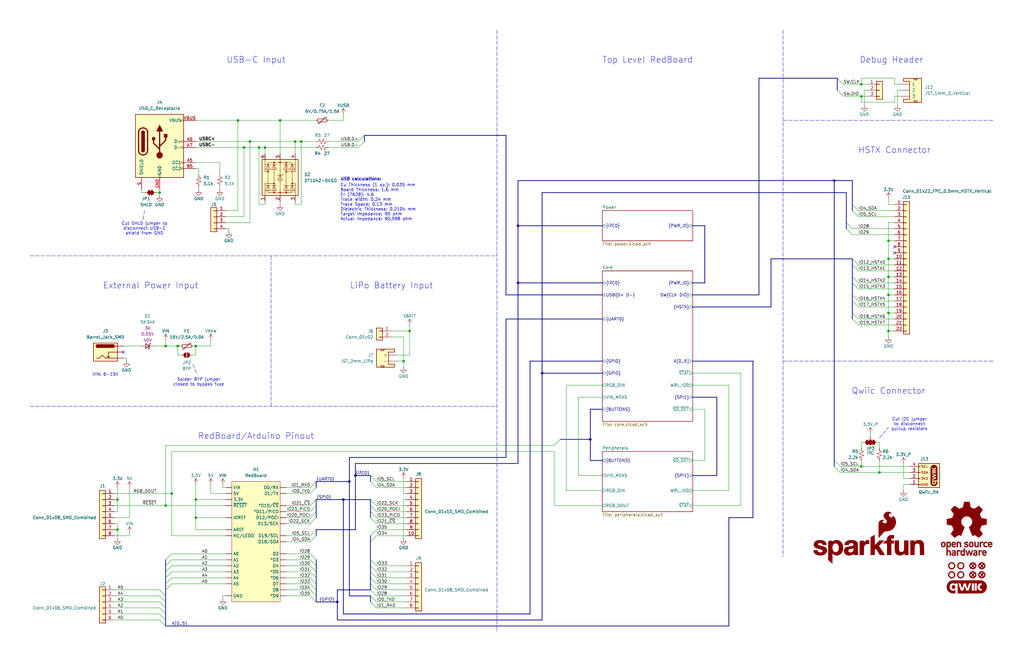
<source format=kicad_sch>
(kicad_sch (version 20231120) (generator "eeschema") (generator_version "8.0")
  (paper "USLedger")
  (title_block (title "SparkFun IoT RedBoard - RP2350 - Top Level/Connectors") (date "2025-02-05") (rev "v10") (company "SparkFun Electronics") (comment 1 "Designed by: Alex Brudner"))
  (bus_alias "SPI0" (members "IO20_POCI" "IO21_~{CS}" "IO22_SCK" "IO23_PICO"))
  (bus_alias "SPI1" (members "IO8_POCI" "IO9_~{CS}" "IO10_SCK" "IO11_PICO"))
  (junction (at 142.24 254))
  (junction (at 363.22 40.64))
  (junction (at 149.86 200.66))
  (junction (at 72.39 208.28))
  (junction (at 109.22 62.23))
  (junction (at 370.84 199.39))
  (junction (at 69.85 146.05))
  (junction (at 172.72 139.7))
  (junction (at 374.65 139.7))
  (junction (at 127 59.69))
  (junction (at 374.65 132.08))
  (junction (at 49.53 210.82))
  (junction (at 374.65 109.22))
  (junction (at 374.65 101.6))
  (junction (at 118.11 50.8))
  (junction (at 124.46 59.69))
  (junction (at 363.22 35.56))
  (junction (at 102.87 62.23))
  (junction (at 82.55 210.82))
  (junction (at 374.65 116.84))
  (junction (at 248.92 185.42))
  (junction (at 82.55 146.05))
  (junction (at 228.6 157.48))
  (junction (at 147.32 203.2))
  (junction (at 170.18 152.4))
  (junction (at 67.31 81.28))
  (junction (at 49.53 223.52))
  (junction (at 69.85 213.36))
  (junction (at 105.41 59.69))
  (junction (at 218.44 95.25))
  (junction (at 218.44 119.38))
  (junction (at 363.22 196.85))
  (junction (at 100.33 50.8))
  (junction (at 111.76 62.23))
  (junction (at 74.93 146.05))
  (junction (at 374.65 124.46))
  (junction (at 82.55 218.44))
  (junction (at 144.78 210.82))
  (junction (at 351.79 76.2))
  (no_connect (at 52.07 148.59))
  (no_connect (at 377.19 104.14))
  (no_connect (at 377.19 106.68))
  (bus_entry (at 361.95 127) (size -2.54 -2.54))
  (bus_entry (at 156.21 236.22) (size 2.54 2.54))
  (bus_entry (at 69.85 241.3) (size 2.54 -2.54))
  (bus_entry (at 133.35 223.52) (size -2.54 2.54))
  (bus_entry (at 69.85 261.62) (size -2.54 -2.54))
  (bus_entry (at 151.13 59.69) (size 2.54 -2.54))
  (bus_entry (at 69.85 243.84) (size 2.54 -2.54))
  (bus_entry (at 156.21 200.66) (size 2.54 2.54))
  (bus_entry (at 359.41 88.9) (size 2.54 2.54))
  (bus_entry (at 130.81 241.3) (size 2.54 2.54))
  (bus_entry (at 356.87 93.98) (size 2.54 2.54))
  (bus_entry (at 130.81 218.44) (size 2.54 -2.54))
  (bus_entry (at 156.21 248.92) (size 2.54 2.54))
  (bus_entry (at 130.81 251.46) (size 2.54 2.54))
  (bus_entry (at 361.95 114.3) (size -2.54 -2.54))
  (bus_entry (at 130.81 236.22) (size 2.54 2.54))
  (bus_entry (at 359.41 86.36) (size 2.54 2.54))
  (bus_entry (at 156.21 228.6) (size 2.54 -2.54))
  (bus_entry (at 69.85 254) (size -2.54 -2.54))
  (bus_entry (at 130.81 205.74) (size 2.54 -2.54))
  (bus_entry (at 69.85 236.22) (size 2.54 -2.54))
  (bus_entry (at 130.81 215.9) (size 2.54 -2.54))
  (bus_entry (at 156.21 243.84) (size 2.54 2.54))
  (bus_entry (at 156.21 238.76) (size 2.54 2.54))
  (bus_entry (at 158.75 256.54) (size -2.54 -2.54))
  (bus_entry (at 361.95 121.92) (size -2.54 -2.54))
  (bus_entry (at 130.81 233.68) (size 2.54 2.54))
  (bus_entry (at 158.75 220.98) (size -2.54 -2.54))
  (bus_entry (at 361.95 129.54) (size -2.54 -2.54))
  (bus_entry (at 353.06 33.02) (size 2.54 2.54))
  (bus_entry (at 130.81 248.92) (size 2.54 2.54))
  (bus_entry (at 158.75 218.44) (size -2.54 -2.54))
  (bus_entry (at 130.81 238.76) (size 2.54 2.54))
  (bus_entry (at 361.95 137.16) (size -2.54 -2.54))
  (bus_entry (at 351.79 194.31) (size 2.54 2.54))
  (bus_entry (at 69.85 256.54) (size -2.54 -2.54))
  (bus_entry (at 69.85 251.46) (size -2.54 -2.54))
  (bus_entry (at 130.81 246.38) (size 2.54 2.54))
  (bus_entry (at 351.79 196.85) (size 2.54 2.54))
  (bus_entry (at 156.21 203.2) (size 2.54 2.54))
  (bus_entry (at 69.85 264.16) (size -2.54 -2.54))
  (bus_entry (at 69.85 248.92) (size 2.54 -2.54))
  (bus_entry (at 151.13 62.23) (size 2.54 -2.54))
  (bus_entry (at 130.81 243.84) (size 2.54 2.54))
  (bus_entry (at 130.81 213.36) (size 2.54 -2.54))
  (bus_entry (at 233.68 187.96) (size 2.54 -2.54))
  (bus_entry (at 353.06 38.1) (size 2.54 2.54))
  (bus_entry (at 130.81 208.28) (size 2.54 -2.54))
  (bus_entry (at 156.21 246.38) (size 2.54 2.54))
  (bus_entry (at 158.75 213.36) (size -2.54 -2.54))
  (bus_entry (at 156.21 226.06) (size 2.54 -2.54))
  (bus_entry (at 361.95 111.76) (size -2.54 -2.54))
  (bus_entry (at 156.21 241.3) (size 2.54 2.54))
  (bus_entry (at 158.75 215.9) (size -2.54 -2.54))
  (bus_entry (at 356.87 96.52) (size 2.54 2.54))
  (bus_entry (at 69.85 259.08) (size -2.54 -2.54))
  (bus_entry (at 69.85 238.76) (size 2.54 -2.54))
  (bus_entry (at 133.35 226.06) (size -2.54 2.54))
  (bus_entry (at 361.95 119.38) (size -2.54 -2.54))
  (bus_entry (at 361.95 134.62) (size -2.54 -2.54))
  (bus_entry (at 158.75 254) (size -2.54 -2.54))
  (bus_entry (at 130.81 220.98) (size 2.54 -2.54))
  (bus_entry (at 69.85 246.38) (size 2.54 -2.54))
  (wire (pts (xy 369.57 186.69) (xy 370.84 186.69)))
  (wire (pts (xy 95.25 210.82) (xy 82.55 210.82)))
  (wire (pts (xy 172.72 139.7) (xy 172.72 149.86)))
  (wire (pts (xy 120.65 218.44) (xy 130.81 218.44)))
  (wire (pts (xy 355.6 35.56) (xy 363.22 35.56)))
  (wire (pts (xy 48.26 215.9) (xy 49.53 215.9)))
  (wire (pts (xy 292.1 157.48) (xy 312.42 157.48)))
  (bus (pts (xy 142.24 261.62) (xy 228.6 261.62)))
  (bus (pts (xy 218.44 76.2) (xy 351.79 76.2)))
  (wire (pts (xy 120.65 220.98) (xy 130.81 220.98)))
  (wire (pts (xy 88.9 143.51) (xy 88.9 146.05)))
  (wire (pts (xy 297.18 172.72) (xy 297.18 194.31)))
  (wire (pts (xy 96.52 97.79) (xy 96.52 96.52)))
  (bus (pts (xy 147.32 193.04) (xy 213.36 193.04)))
  (wire (pts (xy 355.6 40.64) (xy 363.22 40.64)))
  (bus (pts (xy 69.85 254) (xy 69.85 256.54)))
  (wire (pts (xy 95.25 223.52) (xy 82.55 223.52)))
  (wire (pts (xy 233.68 190.5) (xy 72.39 190.5)))
  (wire (pts (xy 363.22 40.64) (xy 365.76 40.64)))
  (wire (pts (xy 48.26 226.06) (xy 54.61 226.06)))
  (bus (pts (xy 228.6 81.28) (xy 228.6 157.48)))
  (bus (pts (xy 133.35 248.92) (xy 133.35 251.46)))
  (wire (pts (xy 158.75 241.3) (xy 171.45 241.3)))
  (wire (pts (xy 83.82 73.66) (xy 83.82 71.12)))
  (wire (pts (xy 120.65 226.06) (xy 130.81 226.06)))
  (wire (pts (xy 292.1 207.01) (xy 307.34 207.01)))
  (wire (pts (xy 361.95 127) (xy 377.19 127)))
  (wire (pts (xy 170.18 152.4) (xy 167.64 152.4)))
  (wire (pts (xy 363.22 194.31) (xy 363.22 196.85)))
  (wire (pts (xy 102.87 62.23) (xy 109.22 62.23)))
  (bus (pts (xy 133.35 203.2) (xy 147.32 203.2)))
  (wire (pts (xy 238.76 162.56) (xy 254 162.56)))
  (wire (pts (xy 243.84 167.64) (xy 243.84 200.66)))
  (wire (pts (xy 381 201.93) (xy 381 195.58)))
  (polyline (pts (xy 370.84 184.785) (xy 374.65 180.34)) (stroke (width 0) (type dash)))
  (bus (pts (xy 213.36 124.46) (xy 213.36 57.15)))
  (wire (pts (xy 120.65 238.76) (xy 130.81 238.76)))
  (wire (pts (xy 88.9 204.47) (xy 88.9 208.28)))
  (wire (pts (xy 374.65 139.7) (xy 377.19 139.7)))
  (bus (pts (xy 228.6 157.48) (xy 254 157.48)))
  (wire (pts (xy 59.69 81.28) (xy 59.69 80.01)))
  (bus (pts (xy 218.44 95.25) (xy 254 95.25)))
  (bus (pts (xy 359.41 111.76) (xy 359.41 109.22)))
  (wire (pts (xy 82.55 210.82) (xy 82.55 204.47)))
  (wire (pts (xy 377.19 43.18) (xy 377.19 40.64)))
  (wire (pts (xy 364.49 44.45) (xy 364.49 38.1)))
  (wire (pts (xy 92.71 68.58) (xy 92.71 73.66)))
  (wire (pts (xy 100.33 88.9) (xy 100.33 50.8)))
  (bus (pts (xy 133.35 226.06) (xy 133.35 223.52)))
  (bus (pts (xy 351.79 76.2) (xy 351.79 194.31)))
  (wire (pts (xy 120.65 243.84) (xy 130.81 243.84)))
  (wire (pts (xy 83.82 78.74) (xy 83.82 80.01)))
  (wire (pts (xy 374.65 86.36) (xy 374.65 83.82)))
  (wire (pts (xy 82.55 59.69) (xy 105.41 59.69)))
  (bus (pts (xy 359.41 132.08) (xy 359.41 127)))
  (wire (pts (xy 138.43 62.23) (xy 151.13 62.23)))
  (wire (pts (xy 72.39 236.22) (xy 95.25 236.22)))
  (wire (pts (xy 118.11 50.8) (xy 100.33 50.8)))
  (wire (pts (xy 359.41 96.52) (xy 377.19 96.52)))
  (wire (pts (xy 74.93 146.05) (xy 76.2 146.05)))
  (bus (pts (xy 353.06 38.1) (xy 353.06 33.02)))
  (polyline (pts (xy 330.2 152.4) (xy 419.1 152.4)) (stroke (width 0) (type dash)))
  (wire (pts (xy 48.26 223.52) (xy 49.53 223.52)))
  (bus (pts (xy 156.21 226.06) (xy 156.21 228.6)))
  (wire (pts (xy 124.46 86.36) (xy 127 86.36)))
  (wire (pts (xy 95.25 218.44) (xy 82.55 218.44)))
  (wire (pts (xy 120.65 228.6) (xy 130.81 228.6)))
  (bus (pts (xy 359.41 124.46) (xy 359.41 119.38)))
  (bus (pts (xy 356.87 93.98) (xy 356.87 81.28)))
  (bus (pts (xy 69.85 243.84) (xy 69.85 246.38)))
  (wire (pts (xy 76.2 149.86) (xy 74.93 149.86)))
  (wire (pts (xy 48.26 213.36) (xy 69.85 213.36)))
  (wire (pts (xy 238.76 162.56) (xy 238.76 207.01)))
  (wire (pts (xy 72.39 226.06) (xy 95.25 226.06)))
  (wire (pts (xy 118.11 50.8) (xy 118.11 64.77)))
  (wire (pts (xy 254 200.66) (xy 243.84 200.66)))
  (bus (pts (xy 156.21 238.76) (xy 156.21 241.3)))
  (bus (pts (xy 133.35 254) (xy 142.24 254)))
  (bus (pts (xy 133.35 238.76) (xy 133.35 241.3)))
  (wire (pts (xy 109.22 62.23) (xy 109.22 86.36)))
  (wire (pts (xy 363.22 40.64) (xy 363.22 43.18)))
  (bus (pts (xy 149.86 200.66) (xy 149.86 223.52)))
  (bus (pts (xy 356.87 81.28) (xy 228.6 81.28)))
  (bus (pts (xy 228.6 157.48) (xy 228.6 261.62)))
  (polyline (pts (xy 330.2 12.7) (xy 330.2 234.95)) (stroke (width 0) (type dash)))
  (bus (pts (xy 149.86 223.52) (xy 133.35 223.52)))
  (wire (pts (xy 370.84 186.69) (xy 370.84 189.23)))
  (polyline (pts (xy 12.7 107.95) (xy 209.55 107.95)) (stroke (width 0) (type dash)))
  (wire (pts (xy 48.26 251.46) (xy 67.31 251.46)))
  (bus (pts (xy 69.85 264.16) (xy 307.34 264.16)))
  (wire (pts (xy 361.95 121.92) (xy 377.19 121.92)))
  (wire (pts (xy 120.65 251.46) (xy 130.81 251.46)))
  (bus (pts (xy 317.5 152.4) (xy 292.1 152.4)))
  (polyline (pts (xy 209.55 12.7) (xy 209.55 266.7)) (stroke (width 0) (type dash)))
  (wire (pts (xy 69.85 213.36) (xy 95.25 213.36)))
  (wire (pts (xy 72.39 241.3) (xy 95.25 241.3)))
  (wire (pts (xy 370.84 194.31) (xy 370.84 199.39)))
  (bus (pts (xy 133.35 243.84) (xy 133.35 246.38)))
  (wire (pts (xy 64.77 146.05) (xy 69.85 146.05)))
  (wire (pts (xy 158.75 238.76) (xy 171.45 238.76)))
  (wire (pts (xy 158.75 246.38) (xy 171.45 246.38)))
  (bus (pts (xy 359.41 109.22) (xy 325.12 109.22)))
  (wire (pts (xy 120.65 241.3) (xy 130.81 241.3)))
  (wire (pts (xy 165.1 142.24) (xy 170.18 142.24)))
  (bus (pts (xy 156.21 215.9) (xy 156.21 213.36)))
  (wire (pts (xy 370.84 199.39) (xy 383.54 199.39)))
  (bus (pts (xy 359.41 116.84) (xy 359.41 111.76)))
  (wire (pts (xy 48.26 259.08) (xy 67.31 259.08)))
  (wire (pts (xy 88.9 146.05) (xy 82.55 146.05)))
  (wire (pts (xy 374.65 101.6) (xy 374.65 93.98)))
  (wire (pts (xy 374.65 116.84) (xy 374.65 109.22)))
  (bus (pts (xy 156.21 236.22) (xy 156.21 238.76)))
  (wire (pts (xy 361.95 119.38) (xy 377.19 119.38)))
  (wire (pts (xy 158.75 213.36) (xy 171.45 213.36)))
  (bus (pts (xy 359.41 119.38) (xy 359.41 116.84)))
  (wire (pts (xy 69.85 187.96) (xy 69.85 213.36)))
  (bus (pts (xy 156.21 246.38) (xy 156.21 248.92)))
  (bus (pts (xy 320.04 33.02) (xy 353.06 33.02)))
  (wire (pts (xy 297.18 172.72) (xy 292.1 172.72)))
  (bus (pts (xy 292.1 129.54) (xy 325.12 129.54)))
  (wire (pts (xy 254 207.01) (xy 238.76 207.01)))
  (wire (pts (xy 363.22 189.23) (xy 363.22 186.69)))
  (bus (pts (xy 317.5 218.44) (xy 307.34 218.44)))
  (wire (pts (xy 67.31 81.28) (xy 67.31 82.55)))
  (wire (pts (xy 72.39 243.84) (xy 95.25 243.84)))
  (bus (pts (xy 133.35 251.46) (xy 133.35 254)))
  (wire (pts (xy 69.85 146.05) (xy 74.93 146.05)))
  (wire (pts (xy 292.1 194.31) (xy 297.18 194.31)))
  (wire (pts (xy 120.65 246.38) (xy 130.81 246.38)))
  (wire (pts (xy 54.61 205.74) (xy 54.61 218.44)))
  (bus (pts (xy 144.78 259.08) (xy 223.52 259.08)))
  (wire (pts (xy 374.65 101.6) (xy 377.19 101.6)))
  (wire (pts (xy 72.39 238.76) (xy 95.25 238.76)))
  (bus (pts (xy 320.04 124.46) (xy 320.04 33.02)))
  (wire (pts (xy 170.18 142.24) (xy 170.18 152.4)))
  (wire (pts (xy 120.65 236.22) (xy 130.81 236.22)))
  (wire (pts (xy 307.34 162.56) (xy 307.34 207.01)))
  (wire (pts (xy 312.42 157.48) (xy 312.42 213.36)))
  (wire (pts (xy 93.98 205.74) (xy 95.25 205.74)))
  (wire (pts (xy 158.75 220.98) (xy 171.45 220.98)))
  (wire (pts (xy 377.19 33.02) (xy 377.19 35.56)))
  (wire (pts (xy 364.49 38.1) (xy 365.76 38.1)))
  (wire (pts (xy 292.1 213.36) (xy 312.42 213.36)))
  (bus (pts (xy 153.67 57.15) (xy 213.36 57.15)))
  (bus (pts (xy 69.85 241.3) (xy 69.85 243.84)))
  (wire (pts (xy 53.34 151.13) (xy 52.07 151.13)))
  (bus (pts (xy 133.35 213.36) (xy 133.35 210.82)))
  (wire (pts (xy 361.95 114.3) (xy 377.19 114.3)))
  (bus (pts (xy 351.79 76.2) (xy 359.41 76.2)))
  (bus (pts (xy 218.44 119.38) (xy 218.44 195.58)))
  (polyline (pts (xy 12.7 171.45) (xy 209.55 171.45)) (stroke (width 0) (type dash)))
  (bus (pts (xy 133.35 241.3) (xy 133.35 243.84)))
  (wire (pts (xy 124.46 59.69) (xy 124.46 64.77)))
  (bus (pts (xy 133.35 218.44) (xy 133.35 215.9)))
  (bus (pts (xy 248.92 194.31) (xy 254 194.31)))
  (wire (pts (xy 52.07 146.05) (xy 59.69 146.05)))
  (wire (pts (xy 120.65 213.36) (xy 130.81 213.36)))
  (polyline (pts (xy 81.28 153.67) (xy 83.185 158.115)) (stroke (width 0) (type dash)))
  (wire (pts (xy 374.65 142.24) (xy 374.65 139.7)))
  (wire (pts (xy 361.95 129.54) (xy 377.19 129.54)))
  (bus (pts (xy 218.44 76.2) (xy 218.44 95.25)))
  (wire (pts (xy 67.31 81.28) (xy 67.31 80.01)))
  (wire (pts (xy 158.75 215.9) (xy 171.45 215.9)))
  (wire (pts (xy 92.71 78.74) (xy 92.71 80.01)))
  (wire (pts (xy 171.45 210.82) (xy 170.18 210.82)))
  (wire (pts (xy 374.65 132.08) (xy 377.19 132.08)))
  (wire (pts (xy 72.39 190.5) (xy 72.39 208.28)))
  (bus (pts (xy 213.36 124.46) (xy 254 124.46)))
  (wire (pts (xy 48.26 208.28) (xy 72.39 208.28)))
  (bus (pts (xy 359.41 76.2) (xy 359.41 86.36)))
  (wire (pts (xy 381 207.01) (xy 381 204.47)))
  (bus (pts (xy 297.18 95.25) (xy 292.1 95.25)))
  (wire (pts (xy 361.95 137.16) (xy 377.19 137.16)))
  (wire (pts (xy 354.33 199.39) (xy 370.84 199.39)))
  (bus (pts (xy 69.85 238.76) (xy 69.85 241.3)))
  (wire (pts (xy 158.75 223.52) (xy 171.45 223.52)))
  (bus (pts (xy 292.1 200.66) (xy 302.26 200.66)))
  (bus (pts (xy 297.18 119.38) (xy 297.18 95.25)))
  (bus (pts (xy 149.86 195.58) (xy 218.44 195.58)))
  (wire (pts (xy 124.46 59.69) (xy 127 59.69)))
  (bus (pts (xy 69.85 236.22) (xy 69.85 238.76)))
  (wire (pts (xy 111.76 85.09) (xy 111.76 86.36)))
  (wire (pts (xy 82.55 223.52) (xy 82.55 218.44)))
  (wire (pts (xy 172.72 137.16) (xy 172.72 139.7)))
  (wire (pts (xy 138.43 59.69) (xy 151.13 59.69)))
  (wire (pts (xy 363.22 35.56) (xy 363.22 33.02)))
  (bus (pts (xy 133.35 205.74) (xy 133.35 203.2)))
  (wire (pts (xy 144.78 48.26) (xy 144.78 50.8)))
  (wire (pts (xy 374.65 124.46) (xy 377.19 124.46)))
  (wire (pts (xy 378.46 38.1) (xy 379.73 38.1)))
  (bus (pts (xy 69.85 251.46) (xy 69.85 254)))
  (bus (pts (xy 292.1 124.46) (xy 320.04 124.46)))
  (bus (pts (xy 351.79 196.85) (xy 351.79 194.31)))
  (wire (pts (xy 95.25 91.44) (xy 102.87 91.44)))
  (wire (pts (xy 363.22 43.18) (xy 377.19 43.18)))
  (bus (pts (xy 156.21 243.84) (xy 156.21 246.38)))
  (wire (pts (xy 69.85 143.51) (xy 69.85 146.05)))
  (bus (pts (xy 213.36 134.62) (xy 254 134.62)))
  (wire (pts (xy 254 213.36) (xy 233.68 213.36)))
  (wire (pts (xy 111.76 62.23) (xy 111.76 64.77)))
  (bus (pts (xy 133.35 215.9) (xy 133.35 213.36)))
  (wire (pts (xy 367.03 182.88) (xy 367.03 184.15)))
  (bus (pts (xy 69.85 256.54) (xy 69.85 259.08)))
  (wire (pts (xy 93.98 251.46) (xy 95.25 251.46)))
  (bus (pts (xy 359.41 88.9) (xy 359.41 86.36)))
  (bus (pts (xy 133.35 210.82) (xy 144.78 210.82)))
  (wire (pts (xy 88.9 208.28) (xy 95.25 208.28)))
  (wire (pts (xy 49.53 210.82) (xy 49.53 205.74)))
  (wire (pts (xy 109.22 62.23) (xy 111.76 62.23)))
  (wire (pts (xy 158.75 218.44) (xy 171.45 218.44)))
  (wire (pts (xy 233.68 213.36) (xy 233.68 190.5)))
  (bus (pts (xy 153.67 59.69) (xy 153.67 57.15)))
  (wire (pts (xy 158.75 205.74) (xy 171.45 205.74)))
  (wire (pts (xy 102.87 62.23) (xy 102.87 91.44)))
  (wire (pts (xy 361.95 111.76) (xy 377.19 111.76)))
  (wire (pts (xy 374.65 132.08) (xy 374.65 124.46)))
  (wire (pts (xy 120.65 208.28) (xy 130.81 208.28)))
  (bus (pts (xy 69.85 261.62) (xy 69.85 264.16)))
  (wire (pts (xy 111.76 62.23) (xy 133.35 62.23)))
  (wire (pts (xy 49.53 220.98) (xy 48.26 220.98)))
  (bus (pts (xy 156.21 213.36) (xy 156.21 210.82)))
  (wire (pts (xy 120.65 205.74) (xy 130.81 205.74)))
  (bus (pts (xy 359.41 127) (xy 359.41 124.46)))
  (wire (pts (xy 359.41 99.06) (xy 377.19 99.06)))
  (wire (pts (xy 361.95 88.9) (xy 377.19 88.9)))
  (wire (pts (xy 381 204.47) (xy 383.54 204.47)))
  (bus (pts (xy 149.86 200.66) (xy 149.86 195.58)))
  (wire (pts (xy 170.18 201.93) (xy 170.18 208.28)))
  (wire (pts (xy 158.75 256.54) (xy 171.45 256.54)))
  (bus (pts (xy 292.1 119.38) (xy 297.18 119.38)))
  (wire (pts (xy 93.98 204.47) (xy 93.98 205.74)))
  (wire (pts (xy 354.33 196.85) (xy 363.22 196.85)))
  (bus (pts (xy 218.44 95.25) (xy 218.44 119.38)))
  (bus (pts (xy 147.32 203.2) (xy 147.32 251.46)))
  (wire (pts (xy 361.95 91.44) (xy 377.19 91.44)))
  (bus (pts (xy 156.21 228.6) (xy 156.21 236.22)))
  (bus (pts (xy 147.32 203.2) (xy 147.32 193.04)))
  (wire (pts (xy 120.65 215.9) (xy 130.81 215.9)))
  (wire (pts (xy 49.53 227.33) (xy 49.53 223.52)))
  (bus (pts (xy 356.87 96.52) (xy 356.87 93.98)))
  (bus (pts (xy 292.1 167.64) (xy 302.26 167.64)))
  (bus (pts (xy 236.22 185.42) (xy 248.92 185.42)))
  (wire (pts (xy 95.25 96.52) (xy 96.52 96.52)))
  (wire (pts (xy 127 59.69) (xy 127 86.36)))
  (wire (pts (xy 72.39 233.68) (xy 95.25 233.68)))
  (polyline (pts (xy 114.3 107.95) (xy 114.3 171.45)) (stroke (width 0) (type dash)))
  (wire (pts (xy 48.26 254) (xy 67.31 254)))
  (wire (pts (xy 172.72 149.86) (xy 167.64 149.86)))
  (wire (pts (xy 158.75 248.92) (xy 171.45 248.92)))
  (wire (pts (xy 48.26 256.54) (xy 67.31 256.54)))
  (wire (pts (xy 82.55 146.05) (xy 81.28 146.05)))
  (wire (pts (xy 93.98 252.73) (xy 93.98 251.46)))
  (bus (pts (xy 223.52 152.4) (xy 254 152.4)))
  (wire (pts (xy 105.41 59.69) (xy 124.46 59.69)))
  (wire (pts (xy 74.93 149.86) (xy 74.93 146.05)))
  (wire (pts (xy 82.55 68.58) (xy 92.71 68.58)))
  (bus (pts (xy 142.24 254) (xy 142.24 261.62)))
  (wire (pts (xy 383.54 201.93) (xy 381 201.93)))
  (bus (pts (xy 248.92 172.72) (xy 254 172.72)))
  (wire (pts (xy 83.82 71.12) (xy 82.55 71.12)))
  (wire (pts (xy 48.26 210.82) (xy 49.53 210.82)))
  (wire (pts (xy 170.18 210.82) (xy 170.18 227.33)))
  (wire (pts (xy 105.41 59.69) (xy 105.41 93.98)))
  (bus (pts (xy 156.21 203.2) (xy 156.21 200.66)))
  (bus (pts (xy 359.41 134.62) (xy 359.41 132.08)))
  (bus (pts (xy 223.52 152.4) (xy 223.52 259.08)))
  (bus (pts (xy 156.21 251.46) (xy 156.21 254)))
  (bus (pts (xy 142.24 248.92) (xy 142.24 254)))
  (bus (pts (xy 142.24 248.92) (xy 156.21 248.92)))
  (wire (pts (xy 363.22 196.85) (xy 383.54 196.85)))
  (wire (pts (xy 377.19 35.56) (xy 379.73 35.56)))
  (wire (pts (xy 363.22 186.69) (xy 364.49 186.69)))
  (wire (pts (xy 100.33 50.8) (xy 82.55 50.8)))
  (bus (pts (xy 69.85 259.08) (xy 69.85 261.62)))
  (wire (pts (xy 53.34 152.4) (xy 53.34 151.13)))
  (wire (pts (xy 81.28 149.86) (xy 82.55 149.86)))
  (wire (pts (xy 48.26 261.62) (xy 67.31 261.62)))
  (wire (pts (xy 374.65 139.7) (xy 374.65 132.08)))
  (wire (pts (xy 243.84 167.64) (xy 254 167.64)))
  (bus (pts (xy 302.26 167.64) (xy 302.26 200.66)))
  (bus (pts (xy 218.44 119.38) (xy 254 119.38)))
  (bus (pts (xy 147.32 251.46) (xy 156.21 251.46)))
  (wire (pts (xy 118.11 86.36) (xy 118.11 85.09)))
  (bus (pts (xy 213.36 134.62) (xy 213.36 193.04)))
  (wire (pts (xy 49.53 215.9) (xy 49.53 210.82)))
  (wire (pts (xy 170.18 154.94) (xy 170.18 152.4)))
  (wire (pts (xy 158.75 251.46) (xy 171.45 251.46)))
  (wire (pts (xy 120.65 248.92) (xy 130.81 248.92)))
  (bus (pts (xy 69.85 246.38) (xy 69.85 248.92)))
  (wire (pts (xy 49.53 223.52) (xy 49.53 220.98)))
  (wire (pts (xy 158.75 243.84) (xy 171.45 243.84)))
  (bus (pts (xy 325.12 109.22) (xy 325.12 129.54)))
  (wire (pts (xy 374.65 124.46) (xy 374.65 116.84)))
  (wire (pts (xy 374.65 109.22) (xy 374.65 101.6)))
  (wire (pts (xy 158.75 254) (xy 171.45 254)))
  (wire (pts (xy 60.96 81.28) (xy 59.69 81.28)))
  (wire (pts (xy 374.65 93.98) (xy 377.19 93.98)))
  (wire (pts (xy 378.46 44.45) (xy 378.46 38.1)))
  (bus (pts (xy 156.21 218.44) (xy 156.21 215.9)))
  (wire (pts (xy 363.22 35.56) (xy 365.76 35.56)))
  (wire (pts (xy 307.34 162.56) (xy 292.1 162.56)))
  (polyline (pts (xy 60.96 88.9) (xy 60.325 92.71)) (stroke (width 0) (type dash)))
  (wire (pts (xy 158.75 226.06) (xy 171.45 226.06)))
  (wire (pts (xy 118.11 50.8) (xy 133.35 50.8)))
  (bus (pts (xy 248.92 172.72) (xy 248.92 185.42)))
  (wire (pts (xy 72.39 246.38) (xy 95.25 246.38)))
  (wire (pts (xy 374.65 109.22) (xy 377.19 109.22)))
  (bus (pts (xy 144.78 210.82) (xy 144.78 259.08)))
  (wire (pts (xy 374.65 116.84) (xy 377.19 116.84)))
  (bus (pts (xy 317.5 152.4) (xy 317.5 218.44)))
  (bus (pts (xy 248.92 194.31) (xy 248.92 185.42)))
  (wire (pts (xy 377.19 86.36) (xy 374.65 86.36)))
  (wire (pts (xy 66.04 81.28) (xy 67.31 81.28)))
  (wire (pts (xy 111.76 86.36) (xy 109.22 86.36)))
  (wire (pts (xy 165.1 139.7) (xy 172.72 139.7)))
  (bus (pts (xy 144.78 210.82) (xy 156.21 210.82)))
  (wire (pts (xy 48.26 248.92) (xy 67.31 248.92)))
  (bus (pts (xy 69.85 248.92) (xy 69.85 251.46)))
  (wire (pts (xy 377.19 40.64) (xy 379.73 40.64)))
  (wire (pts (xy 95.25 93.98) (xy 105.41 93.98)))
  (bus (pts (xy 149.86 200.66) (xy 156.21 200.66)))
  (wire (pts (xy 363.22 33.02) (xy 377.19 33.02)))
  (wire (pts (xy 82.55 149.86) (xy 82.55 146.05)))
  (wire (pts (xy 170.18 208.28) (xy 171.45 208.28)))
  (wire (pts (xy 361.95 134.62) (xy 377.19 134.62)))
  (wire (pts (xy 138.43 50.8) (xy 144.78 50.8)))
  (bus (pts (xy 307.34 218.44) (xy 307.34 264.16)))
  (polyline (pts (xy 330.2 50.8) (xy 419.1 50.8)) (stroke (width 0) (type dash)))
  (wire (pts (xy 233.68 187.96) (xy 69.85 187.96)))
  (wire (pts (xy 95.25 88.9) (xy 100.33 88.9)))
  (wire (pts (xy 82.55 218.44) (xy 82.55 210.82)))
  (wire (pts (xy 72.39 226.06) (xy 72.39 208.28)))
  (wire (pts (xy 127 59.69) (xy 133.35 59.69)))
  (wire (pts (xy 54.61 226.06) (xy 54.61 224.79)))
  (wire (pts (xy 82.55 62.23) (xy 102.87 62.23)))
  (bus (pts (xy 156.21 241.3) (xy 156.21 243.84)))
  (wire (pts (xy 120.65 233.68) (xy 130.81 233.68)))
  (wire (pts (xy 158.75 203.2) (xy 171.45 203.2)))
  (wire (pts (xy 54.61 218.44) (xy 48.26 218.44)))
  (wire (pts (xy 124.46 85.09) (xy 124.46 86.36)))
  (bus (pts (xy 133.35 246.38) (xy 133.35 248.92)))
  (bus (pts (xy 133.35 236.22) (xy 133.35 238.76)))
  (text "Qwiic Connector" (at 374.65 165.1 0) (effects (font (size 2.54 2.54))))
  (text "Top Level RedBoard" (at 273.05 25.4 0) (effects (font (size 2.54 2.54))))
  (text "Cut SHLD jumper to\ndisconnect USB-C\nshield from GND" (at 60.96 96.52 0) (effects (font (size 1.27 1.27))))
  (text "USB calculations:" (at 143.51 74.93 0) (effects (font (size 1.27 1.27) (thickness 0.254) (bold yes)) (justify left top)))
  (text "VIN: 6-15V" (at 44.45 158.115 0) (effects (font (size 1.27 1.27))))
  (text "Debug Header" (at 375.92 25.4 0) (effects (font (size 2.54 2.54))))
  (text "External Power Input" (at 63.5 120.65 0) (effects (font (size 2.54 2.54))))
  (text "Cut I2C jumper\nto disconnect\npullup resistors" (at 383.54 179.07 0) (effects (font (size 1.27 1.27))))
  (text "HSTX Connector" (at 377.19 63.5 0) (effects (font (size 2.54 2.54))))
  (text "RedBoard/Arduino Pinout" (at 107.95 184.15 0) (effects (font (size 2.54 2.54))))
  (text "USB-C Input" (at 107.95 25.4 0) (effects (font (size 2.54 2.54))))
  (text "LiPo Battery Input" (at 165.1 120.65 0) (effects (font (size 2.54 2.54))))
  (text "Cu Thickness (1 oz.): 0.035 mm\nBoard Thickness: 1.6 mm\nEr (7628): 4.6\nTrace Width: 0.24 mm\nTrace Space: 0.13 mm\nDielectric Thickness: 0.2104 mm\nTarget Impedance: 90 ohm\nActual Impedance: 90.598 ohm" (at 143.51 77.47 0) (effects (font (size 1.27 1.27) (thickness 0.1588)) (justify left top)))
  (text "Solder BYP jumper\nclosed to bypass fuse" (at 83.82 161.29 0) (effects (font (size 1.27 1.27))))
  (label "IO30" (at 158.75 246.38 0))
  (label "IO14_HSTX2" (at 361.95 119.38 0))
  (label "IO12_HSTX0" (at 361.95 111.76 0))
  (label "IO1_RXD" (at 158.75 256.54 0))
  (label "A0" (at 85.09 233.68 0))
  (label "~{RESET}" (at 66.04 213.36 180))
  (label "IO32" (at 130.81 243.84 180))
  (label "USB.D+" (at 151.13 59.69 180))
  (label "IO33" (at 158.75 238.76 0))
  (label "{SPI0}" (at 139.7 210.82 180))
  (label "USBC+" (at 83.82 59.69 0) (effects (font (thickness 0.254) (bold yes))))
  (label "IO13_HSTX1" (at 361.95 114.3 0))
  (label "RGB_DOUT" (at 66.04 208.28 180))
  (label "IO23_PICO" (at 158.75 218.44 0))
  (label "IO4_SDA" (at 158.75 205.74 0))
  (label "IO17_HSTX5" (at 361.95 129.54 0))
  (label "IO22_SCK" (at 130.81 220.98 180))
  (label "IO20_POCI" (at 130.81 218.44 180))
  (label "IO5_SCL" (at 130.81 226.06 180))
  (label "IO32" (at 158.75 241.3 0))
  (label "IO33" (at 130.81 246.38 180))
  (label "IO5_SCL" (at 361.95 91.44 0))
  (label "IO28" (at 158.75 251.46 0))
  (label "IO0_TXD" (at 158.75 254 0))
  (label "IO5_SCL" (at 354.33 196.85 0))
  (label "IO28" (at 130.81 233.68 180))
  (label "IO23_PICO" (at 130.81 215.9 180))
  (label "IO4_SDA" (at 361.95 88.9 0))
  (label "{UART0}" (at 133.35 203.2 0))
  (label "IO4_SDA" (at 354.33 199.39 0))
  (label "IO21_~{CS}" (at 158.75 220.98 0))
  (label "A4" (at 52.07 251.46 180))
  (label "A3" (at 85.09 241.3 0))
  (label "IO18_HSTX6" (at 361.95 134.62 0))
  (label "A5" (at 85.09 246.38 0))
  (label "IO28" (at 361.95 96.52 0))
  (label "IO35" (at 130.81 251.46 180))
  (label "IO5_SCL" (at 158.75 203.2 0))
  (label "A2" (at 52.07 256.54 180))
  (label "IO29" (at 158.75 248.92 0))
  (label "{I^{2}C0}" (at 149.86 200.66 0))
  (label "A1" (at 85.09 236.22 0))
  (label "A4" (at 85.09 243.84 0))
  (label "IO15_HSTX3" (at 361.95 121.92 0))
  (label "A1" (at 52.07 259.08 180))
  (label "IO20_POCI" (at 158.75 215.9 0))
  (label "IO31" (at 158.75 243.84 0))
  (label "IO22_SCK" (at 158.75 213.36 0))
  (label "A[0..5]" (at 72.39 264.16 0))
  (label "IO29" (at 130.81 236.22 180))
  (label "A5" (at 52.07 248.92 180))
  (label "IO34" (at 158.75 226.06 0))
  (label "IO0_TXD" (at 130.81 208.28 180))
  (label "IO29" (at 361.95 99.06 0))
  (label "SW.DIO" (at 355.6 40.64 0))
  (label "IO35" (at 158.75 223.52 0))
  (label "USB.D-" (at 151.13 62.23 180))
  (label "{GPIO}" (at 134.62 254 0))
  (label "IO16_HSTX4" (at 361.95 127 0))
  (label "IO31" (at 130.81 241.3 180))
  (label "A0" (at 52.07 261.62 180))
  (label "USBC-" (at 83.82 62.23 0) (effects (font (thickness 0.254) (bold yes))))
  (label "IO4_SDA" (at 130.81 228.6 180))
  (label "SW.CLK" (at 355.6 35.56 0))
  (label "IO21_~{CS}" (at 130.81 213.36 180))
  (label "IO19_HSTX7" (at 361.95 137.16 0))
  (label "A2" (at 85.09 238.76 0))
  (label "IO1_RXD" (at 130.81 205.74 180))
  (label "IO34" (at 130.81 248.92 180))
  (label "IO30" (at 130.81 238.76 180))
  (label "A3" (at 52.07 254 180))
  (symbol (lib_id "SparkFun-Hardware:Standoff") (at 401.32 242.57 0) (unit 1)
    (property "Reference" "ST2" (effects (hide yes)))
    (property "Value" "Standoff" (effects (hide yes)))
    (property "Footprint" "SparkFun-Hardware:Standoff" (effects (hide yes)))
    (property "Description" "Drill holes for mechanically mounting via screws, standoffs, etc." (effects (hide yes)))
  )
  (symbol (lib_id "power:GND") (at 83.82 80.01 0) (unit 1)
    (property "Reference" "#PWR09" (effects (hide yes)))
    (property "Value" "GND" (at 83.82 83.82 0))
    (property "Description" "Power symbol creates a global label with name \"GND\" , ground" (effects (hide yes)))
  )
  (symbol (lib_id "SparkFun-Connector:Barrel_Jack_SMD") (at 44.45 148.59 0) (unit 1)
    (property "Reference" "J3" (at 44.45 139.7 0))
    (property "Value" "Barrel_Jack_SMD" (at 44.45 142.24 0))
    (property "Footprint" "SparkFun-Connector:Power_Jack_SMD" (effects (hide yes)))
    (property "Datasheet" "https://tensility.s3.us-west-2.amazonaws.com/uploads/pdffiles/54-00164.pdf" (effects (hide yes)))
    (property "Description" "DC Barrel Jack with an internal switch" (effects (hide yes)))
    (property "PROD_ID" "CONN-08106" (effects (hide yes)))
  )
  (symbol (lib_id "SparkFun-Resistor:2.2k_0402") (at 370.84 191.77 90) (unit 1)
    (property "Reference" "R6" (at 372.11 190.5 90) (effects (justify right)))
    (property "Value" "2.2k" (at 372.11 193.04 90) (effects (justify right)))
    (property "Footprint" "SparkFun-Resistor:R_0402_1005Metric" (effects (hide yes)))
    (property "Datasheet" "https://www.vishay.com/docs/20035/dcrcwe3.pdf" (effects (hide yes)))
    (property "Description" "Resistor" (effects (hide yes)))
    (property "PROD_ID" "RES-14341" (effects (hide yes)))
  )
  (symbol (lib_id "power:GND") (at 96.52 97.79 0) (unit 1)
    (property "Reference" "#PWR015" (effects (hide yes)))
    (property "Value" "GND" (at 96.52 101.6 0))
    (property "Description" "Power symbol creates a global label with name \"GND\" , ground" (effects (hide yes)))
  )
  (symbol (lib_id "SparkFun-Resistor:5.1k_0402") (at 92.71 76.2 90) (unit 1)
    (property "Reference" "R2" (at 94.615 74.93 90) (effects (justify right)))
    (property "Value" "5.1k" (at 94.615 77.47 90) (effects (justify right)))
    (property "Footprint" "SparkFun-Resistor:R_0402_1005Metric" (effects (hide yes)))
    (property "Datasheet" "https://www.vishay.com/docs/20035/dcrcwe3.pdf" (effects (hide yes)))
    (property "Description" "Resistor" (effects (hide yes)))
    (property "PROD_ID" "RES-14340" (effects (hide yes)))
  )
  (symbol (lib_id "SparkFun-Aesthetic:SparkFun_Logo") (at 365.76 231.14 0) (unit 1) (on_board no)
    (property "Reference" "G1" (effects (hide yes)))
    (property "Value" "SparkFun_Logo" (effects (hide yes)))
    (property "Footprint" "SparkFun-Aesthetic:SparkFun_Logo_8mm" (effects (hide yes)))
  )
  (symbol (lib_id "SparkFun-Resistor:27_0402") (at 135.89 59.69 0) (unit 1)
    (property "Reference" "R3" (at 133.985 57.15 0))
    (property "Value" "27" (at 137.795 57.15 0))
    (property "Footprint" "SparkFun-Resistor:R_0402_1005Metric" (effects (hide yes)))
    (property "Datasheet" "https://www.vishay.com/docs/20035/dcrcwe3.pdf" (effects (hide yes)))
    (property "Description" "Resistor" (effects (hide yes)))
    (property "PROD_ID" "RES-15238" (effects (hide yes)))
  )
  (symbol (lib_id "power:GND") (at 67.31 82.55 0) (unit 1)
    (property "Reference" "#PWR06" (effects (hide yes)))
    (property "Value" "GND" (at 67.31 86.36 0))
    (property "Description" "Power symbol creates a global label with name \"GND\" , ground" (effects (hide yes)))
  )
  (symbol (lib_id "SparkFun-PowerSymbol:VIN") (at 93.98 204.47 0) (unit 1)
    (property "Reference" "#PWR013" (effects (hide yes)))
    (property "Value" "VIN" (at 93.98 200.66 0))
    (property "Description" "Power symbol creates a global label with name \"VIN\"" (effects (hide yes)))
  )
  (symbol (lib_id "SparkFun-DiscreteSemi:D_TVS_ESD_USB") (at 118.11 73.66 0) (unit 1)
    (property "Reference" "D2" (at 128.27 73.66 0) (effects (justify left)))
    (property "Value" "DT1042-04SO" (at 128.27 76.2 0) (effects (justify left)))
    (property "Footprint" "SparkFun-Semiconductor-Standard:SOT23-6" (effects (hide yes)))
    (property "Datasheet" "https://www.diodes.com/assets/Datasheets/DT1042-04SO.pdf" (effects (hide yes)))
    (property "Description" "Very low capacitance ESD protection diode, 4 data-line, SOT-23-6" (effects (hide yes)))
    (property "PROD_ID" "IC-13538" (effects (hide yes)))
  )
  (symbol (lib_id "power:GND") (at 118.11 86.36 0) (unit 1)
    (property "Reference" "#PWR016" (effects (hide yes)))
    (property "Value" "GND" (at 118.11 90.17 0))
    (property "Description" "Power symbol creates a global label with name \"GND\" , ground" (effects (hide yes)))
  )
  (symbol (lib_id "SparkFun-Resistor:27_0402") (at 135.89 62.23 0) (unit 1)
    (property "Reference" "R4" (at 133.985 64.77 0))
    (property "Value" "27" (at 137.795 64.77 0))
    (property "Footprint" "SparkFun-Resistor:R_0402_1005Metric" (effects (hide yes)))
    (property "Datasheet" "https://www.vishay.com/docs/20035/dcrcwe3.pdf" (effects (hide yes)))
    (property "Description" "Resistor" (effects (hide yes)))
    (property "PROD_ID" "RES-15238" (effects (hide yes)))
  )
  (symbol (lib_id "SparkFun-DiscreteSemi:D_Schottky_3A_40V_0.55V") (at 62.23 146.05 0) (mirror y) (unit 1)
    (property "Reference" "D1" (at 62.23 133.35 0))
    (property "Value" "SK34A" (at 62.23 135.89 0))
    (property "Footprint" "SparkFun-Semiconductor-Standard:SMA" (effects (hide yes)))
    (property "Datasheet" "https://www.smc-diodes.com/propdf/SK34A%20N0103%20REV.C.pdf" (effects (hide yes)))
    (property "Description" "Schottky diode" (effects (hide yes)))
    (property "PROD_ID" "DIO-14989" (effects (hide yes)))
    (property "IMax" "3A" (at 62.23 138.43 0))
    (property "VDrop" "0.55V" (at 62.23 140.97 0))
    (property "VMax" "40V" (at 62.23 143.51 0))
  )
  (symbol (lib_id "SparkFun-Connector:Conn_01x22_FPC_0.5mm_HSTX_Vertical") (at 382.27 111.76 0) (unit 1)
    (property "Reference" "J11" (at 382.27 83.185 0))
    (property "Value" "Conn_01x22_FPC_0.5mm_HSTX_Vertical" (at 399.415 80.645 0))
    (property "Footprint" "SparkFun-Connector:FPC_0.5mm-22_Vertical" (effects (hide yes)))
    (property "Datasheet" "https://www.cvilux.com/uploads/drawings/100/332/CF2081S.pdf" (effects (hide yes)))
    (property "Description" "Generic connector, single row, 01x22, script generated (kicad-library-utils/schlib/autogen/connector/)" (effects (hide yes)))
    (property "PROD_ID" "CONN-24643" (effects (hide yes)))
  )
  (symbol (lib_id "power:GND") (at 49.53 227.33 0) (unit 1)
    (property "Reference" "#PWR02" (effects (hide yes)))
    (property "Value" "GND" (at 49.53 231.14 0))
    (property "Description" "Power symbol creates a global label with name \"GND\" , ground" (effects (hide yes)))
  )
  (symbol (lib_id "SparkFun-PowerSymbol:3.3V_P") (at 381 195.58 0) (unit 1)
    (property "Reference" "#PWR027" (effects (hide yes)))
    (property "Value" "3.3V_P" (at 381 191.77 0))
    (property "Description" "Power symbol creates a global label with name \"3.3V_P\"" (effects (hide yes)))
  )
  (symbol (lib_id "SparkFun-Connector:Conn_01x04_SolderPads") (at 90.17 91.44 0) (mirror y) (unit 1)
    (property "Reference" "J5" (at 90.17 86.36 0))
    (property "Value" "Conn_01x04_SolderPads" (effects (hide yes)))
    (property "Footprint" "SparkFun-Connector:1x04_Solder_Pads" (effects (hide yes)))
    (property "Description" "Generic connector, single row, 01x04, script generated (kicad-library-utils/schlib/autogen/connector/)" (effects (hide yes)))
  )
  (symbol (lib_id "SparkFun-Hardware:Standoff") (at 405.13 242.57 0) (unit 1)
    (property "Reference" "ST4" (effects (hide yes)))
    (property "Value" "Standoff" (effects (hide yes)))
    (property "Footprint" "SparkFun-Hardware:Standoff" (effects (hide yes)))
    (property "Description" "Drill holes for mechanically mounting via screws, standoffs, etc." (effects (hide yes)))
  )
  (symbol (lib_id "SparkFun-PowerSymbol:VRAW") (at 88.9 143.51 0) (unit 1)
    (property "Reference" "#PWR010" (effects (hide yes)))
    (property "Value" "VRAW" (at 88.9 139.7 0))
    (property "Description" "Power symbol creates a global label with name \"VRAW\"" (effects (hide yes)))
  )
  (symbol (lib_id "SparkFun-Connector:USB_C_Receptacle") (at 67.31 59.69 0) (unit 1)
    (property "Reference" "J4" (at 67.31 43.18 0))
    (property "Value" "USB_C_Receptacle" (at 67.31 45.72 0))
    (property "Footprint" "SparkFun-Connector:USB-C_16" (effects (hide yes)))
    (property "Datasheet" "https://www.usb.org/sites/default/files/documents/usb_type-c.zip" (effects (hide yes)))
    (property "Description" "USB 2.0-only Type-C Receptacle connector" (effects (hide yes)))
    (property "PROD_ID" "CONN-14122" (effects (hide yes)))
  )
  (symbol (lib_id "SparkFun-Jumper:SolderJumper_2_Bridged") (at 63.5 81.28 0) (unit 1)
    (property "Reference" "JP1" (at 61.595 83.82 0))
    (property "Value" "SHLD" (at 61.595 86.36 0))
    (property "Footprint" "SparkFun-Jumper:Jumper_2_NC_Trace" (effects (hide yes)))
    (property "Description" "Solder Jumper, 2-pole, closed/bridged" (effects (hide yes)))
  )
  (symbol (lib_id "SparkFun-Jumper:SolderJumper_3_Bridged123") (at 367.03 186.69 180) (unit 1)
    (property "Reference" "JP3" (at 367.03 189.23 0))
    (property "Value" "I^{2}C" (at 367.03 191.135 0))
    (property "Footprint" "SparkFun-Jumper:Jumper_3_NC-2_Trace" (effects (hide yes)))
    (property "Description" "Solder Jumper, 3-pole, pins 1+2+3 closed/bridged" (effects (hide yes)))
  )
  (symbol (lib_id "SparkFun-Hardware:Standoff") (at 401.32 238.76 0) (unit 1)
    (property "Reference" "ST1" (effects (hide yes)))
    (property "Value" "Standoff" (effects (hide yes)))
    (property "Footprint" "SparkFun-Hardware:Standoff" (effects (hide yes)))
    (property "Description" "Drill holes for mechanically mounting via screws, standoffs, etc." (effects (hide yes)))
  )
  (symbol (lib_id "SparkFun-PowerSymbol:VIN") (at 54.61 224.79 0) (unit 1)
    (property "Reference" "#PWR05" (effects (hide yes)))
    (property "Value" "VIN" (at 54.61 220.98 0))
    (property "Description" "Power symbol creates a global label with name \"VIN\"" (effects (hide yes)))
  )
  (symbol (lib_id "SparkFun-PowerSymbol:3.3V") (at 82.55 204.47 0) (unit 1)
    (property "Reference" "#PWR08" (effects (hide yes)))
    (property "Value" "3.3V" (at 82.55 200.66 0))
    (property "Description" "Power symbol creates a global label with name \"3.3V\"" (effects (hide yes)))
  )
  (symbol (lib_id "SparkFun-PowerSymbol:3.3V") (at 49.53 205.74 0) (unit 1)
    (property "Reference" "#PWR01" (effects (hide yes)))
    (property "Value" "3.3V" (at 49.53 201.93 0))
    (property "Description" "Power symbol creates a global label with name \"3.3V\"" (effects (hide yes)))
  )
  (symbol (lib_id "SparkFun-Connector:Conn_01x10_SMD_Combined") (at 176.53 213.36 0) (unit 1)
    (property "Reference" "J8" (at 175.26 200.025 0) (effects (justify left)))
    (property "Value" "Conn_01x10_SMD_Combined" (at 179.07 215.8999 0) (effects (justify left)))
    (property "Footprint" "SparkFun-Connector:1x10_SMD_Combined" (effects (hide yes)))
    (property "Description" "Generic connector, single row, 01x10, script generated (kicad-library-utils/schlib/autogen/connector/)" (effects (hide yes)))
    (property "PROD_ID" "CONN-11219" (effects (hide yes)))
  )
  (symbol (lib_id "power:GND") (at 93.98 252.73 0) (unit 1)
    (property "Reference" "#PWR014" (effects (hide yes)))
    (property "Value" "GND" (at 93.98 256.54 0))
    (property "Description" "Power symbol creates a global label with name \"GND\" , ground" (effects (hide yes)))
  )
  (symbol (lib_id "SparkFun-Fuse:Fuse 16V/2.5A/5.0A") (at 78.74 146.05 0) (unit 1)
    (property "Reference" "F1" (at 78.74 139.7 0))
    (property "Value" "16V/2.5A/5.0A" (at 78.74 142.24 0))
    (property "Footprint" "SparkFun-Fuse:1812" (effects (hide yes)))
    (property "Datasheet" "https://www.bourns.com/docs/product-datasheets/mf-msmf.pdf" (effects (hide yes)))
    (property "Description" "Resettable fuse 2A" (effects (hide yes)))
    (property "PROD_ID" "RES-14390" (effects (hide yes)))
  )
  (symbol (lib_id "SparkFun-PowerSymbol:3.3V") (at 374.65 83.82 0) (unit 1)
    (property "Reference" "#PWR024" (effects (hide yes)))
    (property "Value" "3.3V" (at 374.65 80.01 0))
    (property "Description" "Power symbol creates a global label with name \"3.3V\"" (effects (hide yes)))
  )
  (symbol (lib_id "SparkFun-PowerSymbol:3.3V_P") (at 367.03 182.88 0) (unit 1)
    (property "Reference" "#PWR023" (effects (hide yes)))
    (property "Value" "3.3V_P" (at 367.03 179.07 0))
    (property "Description" "Power symbol creates a global label with name \"3.3V_P\"" (effects (hide yes)))
  )
  (symbol (lib_id "SparkFun-PowerSymbol:VIN") (at 69.85 143.51 0) (unit 1)
    (property "Reference" "#PWR07" (effects (hide yes)))
    (property "Value" "VIN" (at 69.85 139.7 0))
    (property "Description" "Power symbol creates a global label with name \"VIN\"" (effects (hide yes)))
  )
  (symbol (lib_id "SparkFun-Aesthetic:Fiducial_0.5mm") (at 414.02 242.57 0) (unit 1)
    (property "Reference" "FID4" (effects (hide yes)))
    (property "Value" "Fiducial_0.5mm" (effects (hide yes)))
    (property "Footprint" "SparkFun-Aesthetic:Fiducial_0.5mm_Mask1mm" (effects (hide yes)))
    (property "Description" "Fiducial Marker" (effects (hide yes)))
  )
  (symbol (lib_id "SparkFun-Hardware:Standoff") (at 405.13 238.76 0) (unit 1)
    (property "Reference" "ST3" (effects (hide yes)))
    (property "Value" "Standoff" (effects (hide yes)))
    (property "Footprint" "SparkFun-Hardware:Standoff" (effects (hide yes)))
    (property "Description" "Drill holes for mechanically mounting via screws, standoffs, etc." (effects (hide yes)))
  )
  (symbol (lib_id "SparkFun-Resistor:5.1k_0402") (at 83.82 76.2 90) (unit 1)
    (property "Reference" "R1" (at 85.725 74.93 90) (effects (justify right)))
    (property "Value" "5.1k" (at 85.725 77.47 90) (effects (justify right)))
    (property "Footprint" "SparkFun-Resistor:R_0402_1005Metric" (effects (hide yes)))
    (property "Datasheet" "https://www.vishay.com/docs/20035/dcrcwe3.pdf" (effects (hide yes)))
    (property "Description" "Resistor" (effects (hide yes)))
    (property "PROD_ID" "RES-14340" (effects (hide yes)))
  )
  (symbol (lib_id "SparkFun-PowerSymbol:VBATT") (at 172.72 137.16 0) (unit 1)
    (property "Reference" "#PWR021" (effects (hide yes)))
    (property "Value" "VBATT" (at 172.72 133.35 0))
    (property "Description" "Power symbol creates a global label with name \"VBATT\"" (effects (hide yes)))
  )
  (symbol (lib_id "SparkFun-Aesthetic:Fiducial_0.5mm") (at 410.21 242.57 0) (unit 1)
    (property "Reference" "FID2" (effects (hide yes)))
    (property "Value" "Fiducial_0.5mm" (effects (hide yes)))
    (property "Footprint" "SparkFun-Aesthetic:Fiducial_0.5mm_Mask1mm" (effects (hide yes)))
    (property "Description" "Fiducial Marker" (effects (hide yes)))
  )
  (symbol (lib_id "SparkFun-PowerSymbol:3.3V") (at 170.18 201.93 0) (unit 1)
    (property "Reference" "#PWR019" (effects (hide yes)))
    (property "Value" "3.3V" (at 170.18 198.12 0))
    (property "Description" "Power symbol creates a global label with name \"3.3V\"" (effects (hide yes)))
  )
  (symbol (lib_id "SparkFun-PowerSymbol:5V") (at 88.9 204.47 0) (unit 1)
    (property "Reference" "#PWR011" (effects (hide yes)))
    (property "Value" "5V" (at 88.9 200.66 0))
    (property "Description" "Power symbol creates a global label with name \"5V\"" (effects (hide yes)))
  )
  (symbol (lib_id "power:GND") (at 364.49 44.45 0) (mirror y) (unit 1)
    (property "Reference" "#PWR022" (effects (hide yes)))
    (property "Value" "GND" (at 364.49 48.26 0))
    (property "Description" "Power symbol creates a global label with name \"GND\" , ground" (effects (hide yes)))
  )
  (symbol (lib_id "SparkFun-Fuse:Fuse 6V/0.75A/1.5A") (at 135.89 50.8 0) (unit 1)
    (property "Reference" "F2" (at 135.89 44.45 0))
    (property "Value" "6V/0.75A/1.5A" (at 135.89 46.99 0))
    (property "Footprint" "SparkFun-Fuse:1206" (effects (hide yes)))
    (property "Datasheet" "https://www.littelfuse.com/media?resourcetype=datasheets&itemid=2b6a1515-d4ee-4c83-8bd4-152b4901b8f5&filename=littelfuse_ptc_1206l_datasheet.pdf" (effects (hide yes)))
    (property "Description" "Resettable fuse 750mA" (effects (hide yes)))
    (property "PROD_ID" "RES-11150" (effects (hide yes)))
  )
  (symbol (lib_id "SparkFun-Resistor:2.2k_0402") (at 363.22 191.77 90) (unit 1)
    (property "Reference" "R5" (at 361.95 190.5 90) (effects (justify left)))
    (property "Value" "2.2k" (at 361.95 193.04 90) (effects (justify left)))
    (property "Footprint" "SparkFun-Resistor:R_0402_1005Metric" (effects (hide yes)))
    (property "Datasheet" "https://www.vishay.com/docs/20035/dcrcwe3.pdf" (effects (hide yes)))
    (property "Description" "Resistor" (effects (hide yes)))
    (property "PROD_ID" "RES-14341" (effects (hide yes)))
  )
  (symbol (lib_id "SparkFun-Connector:Conn_01x03_JST_1mm_SMD_Vertical") (at 384.81 38.1 0) (unit 1)
    (property "Reference" "J12" (at 389.89 36.8299 0) (effects (justify left)))
    (property "Value" "JST_1mm_3_Vertical" (at 389.89 39.3699 0) (effects (justify left)))
    (property "Footprint" "SparkFun-Connector:JST_SMD_1.0mm-3_Vertical" (effects (hide yes)))
    (property "Datasheet" "http://www.4uconnector.com/online/object/4udrawing/07265.pdf" (effects (hide yes)))
    (property "Description" "3 Pin 1mm JST Connector" (effects (hide yes)))
    (property "PROD_ID" "CONN-24642" (effects (hide yes)))
  )
  (symbol (lib_id "power:GND") (at 378.46 44.45 0) (mirror y) (unit 1)
    (property "Reference" "#PWR026" (effects (hide yes)))
    (property "Value" "GND" (at 378.46 48.26 0))
    (property "Description" "Power symbol creates a global label with name \"GND\" , ground" (effects (hide yes)))
  )
  (symbol (lib_id "SparkFun-Connector:Conn_01x02") (at 160.02 139.7 0) (mirror y) (unit 1)
    (property "Reference" "J6" (at 157.48 139.6999 0) (effects (justify left)))
    (property "Value" "Conn_01x02" (at 157.48 142.2399 0) (effects (justify left)))
    (property "Footprint" "SparkFun-Connector:1x02" (effects (hide yes)))
    (property "Description" "Generic connector, single row, 01x02, script generated (kicad-library-utils/schlib/autogen/connector/)" (effects (hide yes)))
  )
  (symbol (lib_id "SparkFun-Aesthetic:OSHW_Logo") (at 407.67 227.33 0) (unit 1) (in_bom no)
    (property "Reference" "G3" (effects (hide yes)))
    (property "Value" "OSHW_Logo" (effects (hide yes)))
    (property "Footprint" "SparkFun-Aesthetic:Creative_Commons_License" (effects (hide yes)))
  )
  (symbol (lib_id "SparkFun-Connector:Conn_01x08_SMD_Combined") (at 176.53 246.38 0) (unit 1)
    (property "Reference" "J9" (at 175.26 235.585 0) (effects (justify left)))
    (property "Value" "Conn_01x08_SMD_Combined" (at 179.07 248.9199 0) (effects (justify left)))
    (property "Footprint" "SparkFun-Connector:1x08_SMD_Combined" (effects (hide yes)))
    (property "Description" "Generic connector, single row, 01x08, script generated (kicad-library-utils/schlib/autogen/connector/)" (effects (hide yes)))
    (property "PROD_ID" "CONN-10204" (effects (hide yes)))
  )
  (symbol (lib_id "SparkFun-Aesthetic:qwiic_Logo") (at 407.67 247.65 0) (unit 1) (on_board no)
    (property "Reference" "G4" (effects (hide yes)))
    (property "Value" "qwiic_Logo" (effects (hide yes)))
  )
  (symbol (lib_id "SparkFun-Connector:Qwiic_Right_Angle") (at 388.62 199.39 0) (unit 1)
    (property "Reference" "J13" (at 387.985 193.675 0) (effects (justify left)))
    (property "Value" "Qwiic_RA" (at 387.35 207.645 0) (effects (justify left)))
    (property "Footprint" "SparkFun-Connector:JST_SMD_1.0mm-4_RA" (effects (hide yes)))
    (property "Datasheet" "https://www.jst-mfg.com/product/pdf/eng/eSH.pdf" (effects (hide yes)))
    (property "Description" "4 pin JST 1mm polarized connector for I2C" (effects (hide yes)))
    (property "PROD_ID" "CONN-13694" (effects (hide yes)))
  )
  (symbol (lib_id "SparkFun-PowerSymbol:5V") (at 54.61 205.74 0) (unit 1)
    (property "Reference" "#PWR04" (effects (hide yes)))
    (property "Value" "5V" (at 54.61 201.93 0))
    (property "Description" "Power symbol creates a global label with name \"5V\"" (effects (hide yes)))
  )
  (symbol (lib_id "SparkFun-Aesthetic:Fiducial_0.5mm") (at 410.21 238.76 0) (unit 1)
    (property "Reference" "FID1" (effects (hide yes)))
    (property "Value" "Fiducial_0.5mm" (effects (hide yes)))
    (property "Footprint" "SparkFun-Aesthetic:Fiducial_0.5mm_Mask1mm" (effects (hide yes)))
    (property "Description" "Fiducial Marker" (effects (hide yes)))
  )
  (symbol (lib_id "SparkFun-Connector:Conn_01x08_SMD_Combined") (at 43.18 215.9 0) (mirror y) (unit 1)
    (property "Reference" "J1" (at 44.45 205.105 0) (effects (justify left)))
    (property "Value" "Conn_01x08_SMD_Combined" (at 40.64 218.4399 0) (effects (justify left)))
    (property "Footprint" "SparkFun-Connector:1x08_SMD_Combined" (effects (hide yes)))
    (property "Description" "Generic connector, single row, 01x08, script generated (kicad-library-utils/schlib/autogen/connector/)" (effects (hide yes)))
    (property "PROD_ID" "CONN-10204" (effects (hide yes)))
  )
  (symbol (lib_id "power:GND") (at 170.18 227.33 0) (unit 1)
    (property "Reference" "#PWR020" (effects (hide yes)))
    (property "Value" "GND" (at 170.18 231.14 0))
    (property "Description" "Power symbol creates a global label with name \"GND\" , ground" (effects (hide yes)))
  )
  (symbol (lib_id "SparkFun-Connector:Conn_01x03") (at 370.84 38.1 0) (unit 1)
    (property "Reference" "J10" (effects (hide yes)))
    (property "Value" "Conn_01x03" (effects (hide yes)))
    (property "Footprint" "SparkFun-Connector:1x03" (effects (hide yes)))
    (property "Description" "Generic connector, single row, 01x03, script generated (kicad-library-utils/schlib/autogen/connector/)" (effects (hide yes)))
  )
  (symbol (lib_id "SparkFun-Aesthetic:SparkFun_Logo") (at 365.76 231.14 0) (unit 1) (on_board no)
    (property "Reference" "G2" (effects (hide yes)))
    (property "Value" "SparkFun_Logo" (effects (hide yes)))
  )
  (symbol (lib_id "power:GND") (at 381 207.01 0) (mirror y) (unit 1)
    (property "Reference" "#PWR028" (effects (hide yes)))
    (property "Value" "GND" (at 381 210.82 0))
    (property "Description" "Power symbol creates a global label with name \"GND\" , ground" (effects (hide yes)))
  )
  (symbol (lib_id "SparkFun-PowerSymbol:VUSB") (at 144.78 48.26 0) (unit 1)
    (property "Reference" "#PWR017" (effects (hide yes)))
    (property "Value" "VUSB" (at 144.78 44.45 0))
    (property "Description" "Power symbol creates a global label with name \"VUSB\"" (effects (hide yes)))
  )
  (symbol (lib_id "SparkFun-Board:RedBoard") (at 107.95 228.6 0) (unit 1) (in_bom no)
    (property "Reference" "H1" (at 107.95 198.12 0))
    (property "Value" "RedBoard" (at 107.95 200.66 0))
    (property "Footprint" "SparkFun-Board:RedBoard" (effects (hide yes)))
    (property "Description" "RedBoard PCB Pinout" (effects (hide yes)))
  )
  (symbol (lib_id "power:GND") (at 92.71 80.01 0) (unit 1)
    (property "Reference" "#PWR012" (effects (hide yes)))
    (property "Value" "GND" (at 92.71 83.82 0))
    (property "Description" "Power symbol creates a global label with name \"GND\" , ground" (effects (hide yes)))
  )
  (symbol (lib_id "SparkFun-Connector:Conn_01x02_JST_2mm_LiPo") (at 162.56 149.86 0) (mirror y) (unit 1)
    (property "Reference" "J7" (at 157.48 149.8599 0) (effects (justify left)))
    (property "Value" "JST_2mm_LiPo" (at 157.48 152.3999 0) (effects (justify left)))
    (property "Footprint" "SparkFun-Connector:JST_SMD_2.0mm-2" (effects (hide yes)))
    (property "Description" "2 Pin 2mm JST Battery Connector" (effects (hide yes)))
    (property "PROD_ID" "CONN-11443" (effects (hide yes)))
  )
  (symbol (lib_id "power:GND") (at 170.18 154.94 0) (mirror y) (unit 1)
    (property "Reference" "#PWR018" (effects (hide yes)))
    (property "Value" "GND" (at 170.18 158.75 0))
    (property "Description" "Power symbol creates a global label with name \"GND\" , ground" (effects (hide yes)))
  )
  (symbol (lib_id "SparkFun-Connector:Conn_01x06_SMD_Combined") (at 43.18 254 0) (mirror y) (unit 1)
    (property "Reference" "J2" (at 44.45 246.38 0) (effects (justify left)))
    (property "Value" "Conn_01x06_SMD_Combined" (at 40.64 256.5399 0) (effects (justify left)))
    (property "Footprint" "SparkFun-Connector:1x06_SMD_Combined" (effects (hide yes)))
    (property "Description" "Generic connector, single row, 01x06, script generated (kicad-library-utils/schlib/autogen/connector/)" (effects (hide yes)))
    (property "PROD_ID" "CONN-10203" (effects (hide yes)))
  )
  (symbol (lib_id "SparkFun-Aesthetic:Fiducial_0.5mm") (at 414.02 238.76 0) (unit 1)
    (property "Reference" "FID3" (effects (hide yes)))
    (property "Value" "Fiducial_0.5mm" (effects (hide yes)))
    (property "Footprint" "SparkFun-Aesthetic:Fiducial_0.5mm_Mask1mm" (effects (hide yes)))
    (property "Description" "Fiducial Marker" (effects (hide yes)))
  )
  (symbol (lib_id "power:GND") (at 374.65 142.24 0) (mirror y) (unit 1)
    (property "Reference" "#PWR025" (effects (hide yes)))
    (property "Value" "GND" (at 374.65 146.05 0))
    (property "Description" "Power symbol creates a global label with name \"GND\" , ground" (effects (hide yes)))
  )
  (symbol (lib_id "SparkFun-Jumper:SolderJumper_2_Open") (at 78.74 149.86 0) (mirror x) (unit 1)
    (property "Reference" "JP2" (at 78.74 153.035 0))
    (property "Value" "BYP" (at 78.74 155.575 0))
    (property "Footprint" "SparkFun-Jumper:Jumper_2_NO" (effects (hide yes)))
    (property "Description" "Solder Jumper, 2-pole, open" (effects (hide yes)))
  )
  (symbol (lib_id "power:GND") (at 53.34 152.4 0) (unit 1)
    (property "Reference" "#PWR03" (effects (hide yes)))
    (property "Value" "GND" (at 53.34 156.21 0))
    (property "Description" "Power symbol creates a global label with name \"GND\" , ground" (effects (hide yes)))
  )
  (sheet (at 254 190.5) (size 38.1 25.4) (stroke (width 0.1524))
    (property "Sheetname" "Peripherals" (at 254 189.7884 0) (effects (justify left bottom)))
    (property "Sheetfile" "peripherals.kicad_sch" (at 254 216.4846 0) (effects (justify left top)))
    (pin "RGB_DIN" input (at 254 207.01 180))
    (pin "RGB_DOUT" output (at 254 213.36 180))
    (pin "VIN_MEAS" output (at 254 200.66 180))
    (pin "{BUTTONS}" output (at 254 194.31 180))
    (pin "~{SD_DET}" output (at 292.1 194.31 0))
    (pin "{SPI1}" bidirectional (at 292.1 200.66 0))
    (pin "WRL_IO0" output (at 292.1 207.01 0))
    (pin "~{STAT}" input (at 292.1 213.36 0))
  )
  (sheet (at 254 114.3) (size 38.1 63.5) (stroke (width 0.1524))
    (property "Sheetname" "Core" (at 254 113.5884 0) (effects (justify left bottom)))
    (property "Sheetfile" "core.kicad_sch" (at 254 178.3846 0) (effects (justify left top)))
    (pin "{SPI0}" bidirectional (at 254 152.4 180))
    (pin "{HSTX}" bidirectional (at 292.1 129.54 0))
    (pin "{SPI1}" bidirectional (at 292.1 167.64 0))
    (pin "{I^{2}C0}" bidirectional (at 254 119.38 180))
    (pin "{UART0}" bidirectional (at 254 134.62 180))
    (pin "RGB_DIN" output (at 254 162.56 180))
    (pin "A[0..5]" bidirectional (at 292.1 152.4 0))
    (pin "{PWR_IO}" bidirectional (at 292.1 119.38 0))
    (pin "~{SD_DET}" input (at 292.1 172.72 0))
    (pin "~{STAT}" output (at 292.1 157.48 0))
    (pin "USB{D+ D-}" bidirectional (at 254 124.46 180))
    (pin "SW{CLK DIO}" bidirectional (at 292.1 124.46 0))
    (pin "{GPIO}" bidirectional (at 254 157.48 180))
    (pin "{BUTTONS}" input (at 254 172.72 180))
    (pin "VIN_MEAS" input (at 254 167.64 180))
    (pin "WRL_IO0" output (at 292.1 162.56 0))
  )
  (sheet (at 254 88.9) (size 38.1 12.7) (stroke (width 0.1524))
    (property "Sheetname" "Power" (at 254 88.1884 0) (effects (justify left bottom)))
    (property "Sheetfile" "power.kicad_sch" (at 254 102.1846 0) (effects (justify left top)))
    (pin "{PWR_IO}" bidirectional (at 292.1 95.25 0))
    (pin "{I^{2}C0}" bidirectional (at 254 95.25 180))
  )
)
</source>
